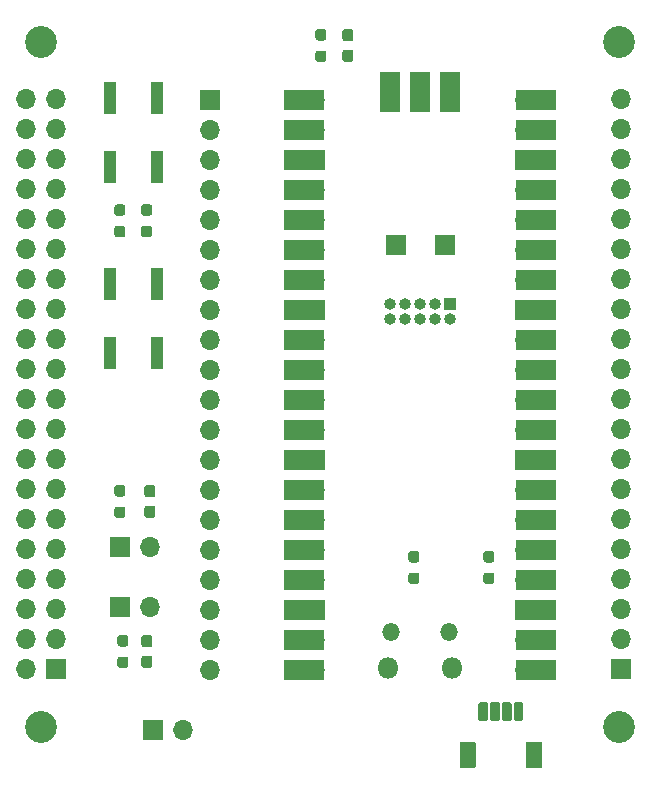
<source format=gts>
G04 #@! TF.GenerationSoftware,KiCad,Pcbnew,5.1.9*
G04 #@! TF.CreationDate,2021-04-12T13:30:16-03:00*
G04 #@! TF.ProjectId,Piprogrammer,50697072-6f67-4726-916d-6d65722e6b69,rev?*
G04 #@! TF.SameCoordinates,Original*
G04 #@! TF.FileFunction,Soldermask,Top*
G04 #@! TF.FilePolarity,Negative*
%FSLAX46Y46*%
G04 Gerber Fmt 4.6, Leading zero omitted, Abs format (unit mm)*
G04 Created by KiCad (PCBNEW 5.1.9) date 2021-04-12 13:30:16*
%MOMM*%
%LPD*%
G01*
G04 APERTURE LIST*
%ADD10R,1.000000X2.800000*%
%ADD11O,1.700000X1.700000*%
%ADD12R,1.700000X1.700000*%
%ADD13R,3.500000X1.700000*%
%ADD14O,1.800000X1.800000*%
%ADD15O,1.500000X1.500000*%
%ADD16R,1.700000X3.500000*%
%ADD17O,1.000000X1.000000*%
%ADD18R,1.000000X1.000000*%
%ADD19C,2.700000*%
G04 APERTURE END LIST*
G36*
G01*
X227923500Y-88361000D02*
X227448500Y-88361000D01*
G75*
G02*
X227211000Y-88123500I0J237500D01*
G01*
X227211000Y-87623500D01*
G75*
G02*
X227448500Y-87386000I237500J0D01*
G01*
X227923500Y-87386000D01*
G75*
G02*
X228161000Y-87623500I0J-237500D01*
G01*
X228161000Y-88123500D01*
G75*
G02*
X227923500Y-88361000I-237500J0D01*
G01*
G37*
G36*
G01*
X227923500Y-90186000D02*
X227448500Y-90186000D01*
G75*
G02*
X227211000Y-89948500I0J237500D01*
G01*
X227211000Y-89448500D01*
G75*
G02*
X227448500Y-89211000I237500J0D01*
G01*
X227923500Y-89211000D01*
G75*
G02*
X228161000Y-89448500I0J-237500D01*
G01*
X228161000Y-89948500D01*
G75*
G02*
X227923500Y-90186000I-237500J0D01*
G01*
G37*
D10*
X209811000Y-99052000D03*
X209811000Y-93252000D03*
X213811000Y-99052000D03*
X213811000Y-93252000D03*
G36*
G01*
X210905500Y-103196500D02*
X210430500Y-103196500D01*
G75*
G02*
X210193000Y-102959000I0J237500D01*
G01*
X210193000Y-102459000D01*
G75*
G02*
X210430500Y-102221500I237500J0D01*
G01*
X210905500Y-102221500D01*
G75*
G02*
X211143000Y-102459000I0J-237500D01*
G01*
X211143000Y-102959000D01*
G75*
G02*
X210905500Y-103196500I-237500J0D01*
G01*
G37*
G36*
G01*
X210905500Y-105021500D02*
X210430500Y-105021500D01*
G75*
G02*
X210193000Y-104784000I0J237500D01*
G01*
X210193000Y-104284000D01*
G75*
G02*
X210430500Y-104046500I237500J0D01*
G01*
X210905500Y-104046500D01*
G75*
G02*
X211143000Y-104284000I0J-237500D01*
G01*
X211143000Y-104784000D01*
G75*
G02*
X210905500Y-105021500I-237500J0D01*
G01*
G37*
G36*
G01*
X212690499Y-104046500D02*
X213165499Y-104046500D01*
G75*
G02*
X213402999Y-104284000I0J-237500D01*
G01*
X213402999Y-104784000D01*
G75*
G02*
X213165499Y-105021500I-237500J0D01*
G01*
X212690499Y-105021500D01*
G75*
G02*
X212452999Y-104784000I0J237500D01*
G01*
X212452999Y-104284000D01*
G75*
G02*
X212690499Y-104046500I237500J0D01*
G01*
G37*
G36*
G01*
X212690499Y-102221500D02*
X213165499Y-102221500D01*
G75*
G02*
X213402999Y-102459000I0J-237500D01*
G01*
X213402999Y-102959000D01*
G75*
G02*
X213165499Y-103196500I-237500J0D01*
G01*
X212690499Y-103196500D01*
G75*
G02*
X212452999Y-102959000I0J237500D01*
G01*
X212452999Y-102459000D01*
G75*
G02*
X212690499Y-102221500I237500J0D01*
G01*
G37*
D11*
X244958000Y-141618000D03*
X244958000Y-139078000D03*
D12*
X244958000Y-136538000D03*
D11*
X244958000Y-133998000D03*
X244958000Y-131458000D03*
X244958000Y-128918000D03*
X244958000Y-126378000D03*
D12*
X244958000Y-123838000D03*
D11*
X244958000Y-121298000D03*
X244958000Y-118758000D03*
X244958000Y-116218000D03*
X244958000Y-113678000D03*
D12*
X244958000Y-111138000D03*
D11*
X244958000Y-108598000D03*
X244958000Y-106058000D03*
X244958000Y-103518000D03*
X244958000Y-100978000D03*
D12*
X244958000Y-98438000D03*
D11*
X244958000Y-95898000D03*
X244958000Y-93358000D03*
X227178000Y-93358000D03*
X227178000Y-95898000D03*
D12*
X227178000Y-98438000D03*
D11*
X227178000Y-100978000D03*
X227178000Y-103518000D03*
X227178000Y-106058000D03*
X227178000Y-108598000D03*
D12*
X227178000Y-111138000D03*
D11*
X227178000Y-113678000D03*
X227178000Y-116218000D03*
X227178000Y-118758000D03*
X227178000Y-121298000D03*
D12*
X227178000Y-123838000D03*
D11*
X227178000Y-126378000D03*
X227178000Y-128918000D03*
X227178000Y-131458000D03*
X227178000Y-133998000D03*
D12*
X227178000Y-136538000D03*
D11*
X227178000Y-139078000D03*
X227178000Y-141618000D03*
D13*
X245858000Y-141618000D03*
X245858000Y-139078000D03*
X245858000Y-136538000D03*
X245858000Y-133998000D03*
X245858000Y-131458000D03*
X245858000Y-128918000D03*
X245858000Y-126378000D03*
X245858000Y-123838000D03*
X245858000Y-121298000D03*
X245858000Y-118758000D03*
X245858000Y-116218000D03*
X245858000Y-113678000D03*
X245858000Y-111138000D03*
X245858000Y-108598000D03*
X245858000Y-106058000D03*
X245858000Y-103518000D03*
X245858000Y-100978000D03*
X245858000Y-98438000D03*
X245858000Y-95898000D03*
X245858000Y-93358000D03*
X226278000Y-141618000D03*
X226278000Y-139078000D03*
X226278000Y-136538000D03*
X226278000Y-133998000D03*
X226278000Y-131458000D03*
X226278000Y-128918000D03*
X226278000Y-126378000D03*
X226278000Y-123838000D03*
X226278000Y-121298000D03*
X226278000Y-118758000D03*
X226278000Y-116218000D03*
X226278000Y-113678000D03*
X226278000Y-111138000D03*
X226278000Y-108598000D03*
X226278000Y-106058000D03*
X226278000Y-103518000D03*
X226278000Y-100978000D03*
X226278000Y-98438000D03*
X226278000Y-95898000D03*
X226278000Y-93358000D03*
D14*
X238793000Y-141488000D03*
X233343000Y-141488000D03*
D15*
X238493000Y-138458000D03*
X233643000Y-138458000D03*
D16*
X238608000Y-92688000D03*
D11*
X238608000Y-93588000D03*
D16*
X236068000Y-92688000D03*
D12*
X236068000Y-93588000D03*
D16*
X233528000Y-92688000D03*
D11*
X233528000Y-93588000D03*
G36*
G01*
X235797500Y-132557000D02*
X235322500Y-132557000D01*
G75*
G02*
X235085000Y-132319500I0J237500D01*
G01*
X235085000Y-131819500D01*
G75*
G02*
X235322500Y-131582000I237500J0D01*
G01*
X235797500Y-131582000D01*
G75*
G02*
X236035000Y-131819500I0J-237500D01*
G01*
X236035000Y-132319500D01*
G75*
G02*
X235797500Y-132557000I-237500J0D01*
G01*
G37*
G36*
G01*
X235797500Y-134382000D02*
X235322500Y-134382000D01*
G75*
G02*
X235085000Y-134144500I0J237500D01*
G01*
X235085000Y-133644500D01*
G75*
G02*
X235322500Y-133407000I237500J0D01*
G01*
X235797500Y-133407000D01*
G75*
G02*
X236035000Y-133644500I0J-237500D01*
G01*
X236035000Y-134144500D01*
G75*
G02*
X235797500Y-134382000I-237500J0D01*
G01*
G37*
G36*
G01*
X242147500Y-132557000D02*
X241672500Y-132557000D01*
G75*
G02*
X241435000Y-132319500I0J237500D01*
G01*
X241435000Y-131819500D01*
G75*
G02*
X241672500Y-131582000I237500J0D01*
G01*
X242147500Y-131582000D01*
G75*
G02*
X242385000Y-131819500I0J-237500D01*
G01*
X242385000Y-132319500D01*
G75*
G02*
X242147500Y-132557000I-237500J0D01*
G01*
G37*
G36*
G01*
X242147500Y-134382000D02*
X241672500Y-134382000D01*
G75*
G02*
X241435000Y-134144500I0J237500D01*
G01*
X241435000Y-133644500D01*
G75*
G02*
X241672500Y-133407000I237500J0D01*
G01*
X242147500Y-133407000D01*
G75*
G02*
X242385000Y-133644500I0J-237500D01*
G01*
X242385000Y-134144500D01*
G75*
G02*
X242147500Y-134382000I-237500J0D01*
G01*
G37*
G36*
G01*
X210905500Y-126969000D02*
X210430500Y-126969000D01*
G75*
G02*
X210193000Y-126731500I0J237500D01*
G01*
X210193000Y-126231500D01*
G75*
G02*
X210430500Y-125994000I237500J0D01*
G01*
X210905500Y-125994000D01*
G75*
G02*
X211143000Y-126231500I0J-237500D01*
G01*
X211143000Y-126731500D01*
G75*
G02*
X210905500Y-126969000I-237500J0D01*
G01*
G37*
G36*
G01*
X210905500Y-128794000D02*
X210430500Y-128794000D01*
G75*
G02*
X210193000Y-128556500I0J237500D01*
G01*
X210193000Y-128056500D01*
G75*
G02*
X210430500Y-127819000I237500J0D01*
G01*
X210905500Y-127819000D01*
G75*
G02*
X211143000Y-128056500I0J-237500D01*
G01*
X211143000Y-128556500D01*
G75*
G02*
X210905500Y-128794000I-237500J0D01*
G01*
G37*
G36*
G01*
X210684500Y-140519000D02*
X211159500Y-140519000D01*
G75*
G02*
X211397000Y-140756500I0J-237500D01*
G01*
X211397000Y-141256500D01*
G75*
G02*
X211159500Y-141494000I-237500J0D01*
G01*
X210684500Y-141494000D01*
G75*
G02*
X210447000Y-141256500I0J237500D01*
G01*
X210447000Y-140756500D01*
G75*
G02*
X210684500Y-140519000I237500J0D01*
G01*
G37*
G36*
G01*
X210684500Y-138694000D02*
X211159500Y-138694000D01*
G75*
G02*
X211397000Y-138931500I0J-237500D01*
G01*
X211397000Y-139431500D01*
G75*
G02*
X211159500Y-139669000I-237500J0D01*
G01*
X210684500Y-139669000D01*
G75*
G02*
X210447000Y-139431500I0J237500D01*
G01*
X210447000Y-138931500D01*
G75*
G02*
X210684500Y-138694000I237500J0D01*
G01*
G37*
G36*
G01*
X239425880Y-149846330D02*
X239425880Y-147847350D01*
G75*
G02*
X239527480Y-147745750I101600J0D01*
G01*
X240726360Y-147745750D01*
G75*
G02*
X240827960Y-147847350I0J-101600D01*
G01*
X240827960Y-149846330D01*
G75*
G02*
X240726360Y-149947930I-101600J0D01*
G01*
X239527480Y-149947930D01*
G75*
G02*
X239425880Y-149846330I0J101600D01*
G01*
G37*
G36*
G01*
X245024040Y-149846330D02*
X245024040Y-147847350D01*
G75*
G02*
X245125640Y-147745750I101600J0D01*
G01*
X246324520Y-147745750D01*
G75*
G02*
X246426120Y-147847350I0J-101600D01*
G01*
X246426120Y-149846330D01*
G75*
G02*
X246324520Y-149947930I-101600J0D01*
G01*
X245125640Y-149947930D01*
G75*
G02*
X245024040Y-149846330I0J101600D01*
G01*
G37*
G36*
G01*
X244023280Y-145848370D02*
X244023280Y-144499630D01*
G75*
G02*
X244124880Y-144398030I101600J0D01*
G01*
X244724320Y-144398030D01*
G75*
G02*
X244825920Y-144499630I0J-101600D01*
G01*
X244825920Y-145848370D01*
G75*
G02*
X244724320Y-145949970I-101600J0D01*
G01*
X244124880Y-145949970D01*
G75*
G02*
X244023280Y-145848370I0J101600D01*
G01*
G37*
G36*
G01*
X243022520Y-145848370D02*
X243022520Y-144499630D01*
G75*
G02*
X243124120Y-144398030I101600J0D01*
G01*
X243723560Y-144398030D01*
G75*
G02*
X243825160Y-144499630I0J-101600D01*
G01*
X243825160Y-145848370D01*
G75*
G02*
X243723560Y-145949970I-101600J0D01*
G01*
X243124120Y-145949970D01*
G75*
G02*
X243022520Y-145848370I0J101600D01*
G01*
G37*
G36*
G01*
X242026840Y-145848370D02*
X242026840Y-144499630D01*
G75*
G02*
X242128440Y-144398030I101600J0D01*
G01*
X242727880Y-144398030D01*
G75*
G02*
X242829480Y-144499630I0J-101600D01*
G01*
X242829480Y-145848370D01*
G75*
G02*
X242727880Y-145949970I-101600J0D01*
G01*
X242128440Y-145949970D01*
G75*
G02*
X242026840Y-145848370I0J101600D01*
G01*
G37*
G36*
G01*
X241026080Y-145848370D02*
X241026080Y-144499630D01*
G75*
G02*
X241127680Y-144398030I101600J0D01*
G01*
X241727120Y-144398030D01*
G75*
G02*
X241828720Y-144499630I0J-101600D01*
G01*
X241828720Y-145848370D01*
G75*
G02*
X241727120Y-145949970I-101600J0D01*
G01*
X241127680Y-145949970D01*
G75*
G02*
X241026080Y-145848370I0J101600D01*
G01*
G37*
D12*
X234036000Y-105677000D03*
D11*
X216002000Y-146698000D03*
D12*
X213462000Y-146698000D03*
D17*
X233528000Y-111900000D03*
X233528000Y-110630000D03*
X234798000Y-111900000D03*
X234798000Y-110630000D03*
X236068000Y-111900000D03*
X236068000Y-110630000D03*
X237338000Y-111900000D03*
X237338000Y-110630000D03*
X238608000Y-111900000D03*
D18*
X238608000Y-110630000D03*
D12*
X238227000Y-105677000D03*
D11*
X218288000Y-141618000D03*
X218288000Y-139078000D03*
X218288000Y-136538000D03*
X218288000Y-133998000D03*
X218288000Y-131458000D03*
X218288000Y-128918000D03*
X218288000Y-126378000D03*
X218288000Y-123838000D03*
X218288000Y-121298000D03*
X218288000Y-118758000D03*
X218288000Y-116218000D03*
X218288000Y-113678000D03*
X218288000Y-111138000D03*
X218288000Y-108598000D03*
X218288000Y-106058000D03*
X218288000Y-103518000D03*
X218288000Y-100978000D03*
X218288000Y-98438000D03*
X218288000Y-95898000D03*
D12*
X218288000Y-93358000D03*
D11*
X253086000Y-93320000D03*
X253086000Y-95860000D03*
X253086000Y-98400000D03*
X253086000Y-100940000D03*
X253086000Y-103480000D03*
X253086000Y-106020000D03*
X253086000Y-108560000D03*
X253086000Y-111100000D03*
X253086000Y-113640000D03*
X253086000Y-116180000D03*
X253086000Y-118720000D03*
X253086000Y-121260000D03*
X253086000Y-123800000D03*
X253086000Y-126340000D03*
X253086000Y-128880000D03*
X253086000Y-131420000D03*
X253086000Y-133960000D03*
X253086000Y-136500000D03*
X253086000Y-139040000D03*
D12*
X253086000Y-141580000D03*
D11*
X213248000Y-131204000D03*
D12*
X210708000Y-131204000D03*
D11*
X213208000Y-136284000D03*
D12*
X210668000Y-136284000D03*
G36*
G01*
X229734500Y-87386000D02*
X230209500Y-87386000D01*
G75*
G02*
X230447000Y-87623500I0J-237500D01*
G01*
X230447000Y-88198500D01*
G75*
G02*
X230209500Y-88436000I-237500J0D01*
G01*
X229734500Y-88436000D01*
G75*
G02*
X229497000Y-88198500I0J237500D01*
G01*
X229497000Y-87623500D01*
G75*
G02*
X229734500Y-87386000I237500J0D01*
G01*
G37*
G36*
G01*
X229734500Y-89136000D02*
X230209500Y-89136000D01*
G75*
G02*
X230447000Y-89373500I0J-237500D01*
G01*
X230447000Y-89948500D01*
G75*
G02*
X230209500Y-90186000I-237500J0D01*
G01*
X229734500Y-90186000D01*
G75*
G02*
X229497000Y-89948500I0J237500D01*
G01*
X229497000Y-89373500D01*
G75*
G02*
X229734500Y-89136000I237500J0D01*
G01*
G37*
G36*
G01*
X213445500Y-128794000D02*
X212970500Y-128794000D01*
G75*
G02*
X212733000Y-128556500I0J237500D01*
G01*
X212733000Y-127981500D01*
G75*
G02*
X212970500Y-127744000I237500J0D01*
G01*
X213445500Y-127744000D01*
G75*
G02*
X213683000Y-127981500I0J-237500D01*
G01*
X213683000Y-128556500D01*
G75*
G02*
X213445500Y-128794000I-237500J0D01*
G01*
G37*
G36*
G01*
X213445500Y-127044000D02*
X212970500Y-127044000D01*
G75*
G02*
X212733000Y-126806500I0J237500D01*
G01*
X212733000Y-126231500D01*
G75*
G02*
X212970500Y-125994000I237500J0D01*
G01*
X213445500Y-125994000D01*
G75*
G02*
X213683000Y-126231500I0J-237500D01*
G01*
X213683000Y-126806500D01*
G75*
G02*
X213445500Y-127044000I-237500J0D01*
G01*
G37*
G36*
G01*
X213191500Y-139744000D02*
X212716500Y-139744000D01*
G75*
G02*
X212479000Y-139506500I0J237500D01*
G01*
X212479000Y-138931500D01*
G75*
G02*
X212716500Y-138694000I237500J0D01*
G01*
X213191500Y-138694000D01*
G75*
G02*
X213429000Y-138931500I0J-237500D01*
G01*
X213429000Y-139506500D01*
G75*
G02*
X213191500Y-139744000I-237500J0D01*
G01*
G37*
G36*
G01*
X213191500Y-141494000D02*
X212716500Y-141494000D01*
G75*
G02*
X212479000Y-141256500I0J237500D01*
G01*
X212479000Y-140681500D01*
G75*
G02*
X212716500Y-140444000I237500J0D01*
G01*
X213191500Y-140444000D01*
G75*
G02*
X213429000Y-140681500I0J-237500D01*
G01*
X213429000Y-141256500D01*
G75*
G02*
X213191500Y-141494000I-237500J0D01*
G01*
G37*
X205220000Y-141580000D03*
D11*
X202680000Y-141580000D03*
X205220000Y-139040000D03*
X202680000Y-139040000D03*
X205220000Y-136500000D03*
X202680000Y-136500000D03*
X205220000Y-133960000D03*
X202680000Y-133960000D03*
X205220000Y-131420000D03*
X202680000Y-131420000D03*
X205220000Y-128880000D03*
X202680000Y-128880000D03*
X205220000Y-126340000D03*
X202680000Y-126340000D03*
X205220000Y-123800000D03*
X202680000Y-123800000D03*
X205220000Y-121260000D03*
X202680000Y-121260000D03*
X205220000Y-118720000D03*
X202680000Y-118720000D03*
X205220000Y-116180000D03*
X202680000Y-116180000D03*
X205220000Y-113640000D03*
X202680000Y-113640000D03*
X205220000Y-111100000D03*
X202680000Y-111100000D03*
X205220000Y-108560000D03*
X202680000Y-108560000D03*
X205220000Y-106020000D03*
X202680000Y-106020000D03*
X205220000Y-103480000D03*
X202680000Y-103480000D03*
X205220000Y-100940000D03*
X202680000Y-100940000D03*
X205220000Y-98400000D03*
X202680000Y-98400000D03*
X205220000Y-95860000D03*
X202680000Y-95860000D03*
X205220000Y-93320000D03*
X202680000Y-93320000D03*
D19*
X252950000Y-88450000D03*
X252950000Y-146450000D03*
X203950000Y-88450000D03*
X203950000Y-146450000D03*
D10*
X213811000Y-109000000D03*
X213811000Y-114800000D03*
X209811000Y-109000000D03*
X209811000Y-114800000D03*
M02*

</source>
